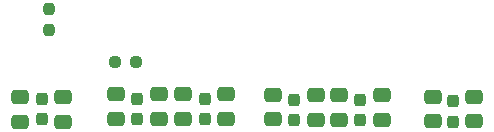
<source format=gbr>
%TF.GenerationSoftware,KiCad,Pcbnew,9.0.5-9.0.5~ubuntu24.04.1*%
%TF.CreationDate,2025-11-11T07:58:39+02:00*%
%TF.ProjectId,picr_1_9tdi,70696372-5f31-45f3-9974-64692e6b6963,1*%
%TF.SameCoordinates,Original*%
%TF.FileFunction,Paste,Bot*%
%TF.FilePolarity,Positive*%
%FSLAX46Y46*%
G04 Gerber Fmt 4.6, Leading zero omitted, Abs format (unit mm)*
G04 Created by KiCad (PCBNEW 9.0.5-9.0.5~ubuntu24.04.1) date 2025-11-11 07:58:39*
%MOMM*%
%LPD*%
G01*
G04 APERTURE LIST*
G04 Aperture macros list*
%AMRoundRect*
0 Rectangle with rounded corners*
0 $1 Rounding radius*
0 $2 $3 $4 $5 $6 $7 $8 $9 X,Y pos of 4 corners*
0 Add a 4 corners polygon primitive as box body*
4,1,4,$2,$3,$4,$5,$6,$7,$8,$9,$2,$3,0*
0 Add four circle primitives for the rounded corners*
1,1,$1+$1,$2,$3*
1,1,$1+$1,$4,$5*
1,1,$1+$1,$6,$7*
1,1,$1+$1,$8,$9*
0 Add four rect primitives between the rounded corners*
20,1,$1+$1,$2,$3,$4,$5,0*
20,1,$1+$1,$4,$5,$6,$7,0*
20,1,$1+$1,$6,$7,$8,$9,0*
20,1,$1+$1,$8,$9,$2,$3,0*%
G04 Aperture macros list end*
%ADD10RoundRect,0.250000X-0.475000X0.337500X-0.475000X-0.337500X0.475000X-0.337500X0.475000X0.337500X0*%
%ADD11RoundRect,0.237500X-0.237500X0.300000X-0.237500X-0.300000X0.237500X-0.300000X0.237500X0.300000X0*%
%ADD12RoundRect,0.237500X0.237500X-0.250000X0.237500X0.250000X-0.237500X0.250000X-0.237500X-0.250000X0*%
%ADD13RoundRect,0.237500X-0.250000X-0.237500X0.250000X-0.237500X0.250000X0.237500X-0.250000X0.237500X0*%
G04 APERTURE END LIST*
D10*
%TO.C,C2*%
X89800000Y-112662500D03*
X89800000Y-114737500D03*
%TD*%
%TO.C,C15*%
X103100000Y-112762500D03*
X103100000Y-114837500D03*
%TD*%
%TO.C,C4*%
X78100000Y-112937500D03*
X78100000Y-115012500D03*
%TD*%
%TO.C,C29*%
X116500000Y-112862500D03*
X116500000Y-114937500D03*
%TD*%
%TO.C,C23*%
X105100000Y-112762500D03*
X105100000Y-114837500D03*
%TD*%
D11*
%TO.C,C20*%
X101300000Y-113162500D03*
X101300000Y-114887500D03*
%TD*%
D10*
%TO.C,C17*%
X99500000Y-112725000D03*
X99500000Y-114800000D03*
%TD*%
D11*
%TO.C,C30*%
X114737500Y-113275000D03*
X114737500Y-115000000D03*
%TD*%
D10*
%TO.C,C13*%
X95500000Y-112662500D03*
X95500000Y-114737500D03*
%TD*%
D11*
%TO.C,C9*%
X88000000Y-113062500D03*
X88000000Y-114787500D03*
%TD*%
D10*
%TO.C,C14*%
X91900000Y-112662500D03*
X91900000Y-114737500D03*
%TD*%
D11*
%TO.C,C31*%
X106900000Y-113137500D03*
X106900000Y-114862500D03*
%TD*%
D10*
%TO.C,C1*%
X86200000Y-112662500D03*
X86200000Y-114737500D03*
%TD*%
D11*
%TO.C,C19*%
X93700000Y-113062500D03*
X93700000Y-114787500D03*
%TD*%
D10*
%TO.C,C3*%
X81700000Y-112937500D03*
X81700000Y-115012500D03*
%TD*%
D11*
%TO.C,C7*%
X79900000Y-113037500D03*
X79900000Y-114762500D03*
%TD*%
D10*
%TO.C,C28*%
X113000000Y-112862500D03*
X113000000Y-114937500D03*
%TD*%
%TO.C,C26*%
X108700000Y-112737500D03*
X108700000Y-114812500D03*
%TD*%
D12*
%TO.C,R2*%
X80550000Y-107250000D03*
X80550000Y-105425000D03*
%TD*%
D13*
%TO.C,R3*%
X86100000Y-109900000D03*
X87925000Y-109900000D03*
%TD*%
M02*

</source>
